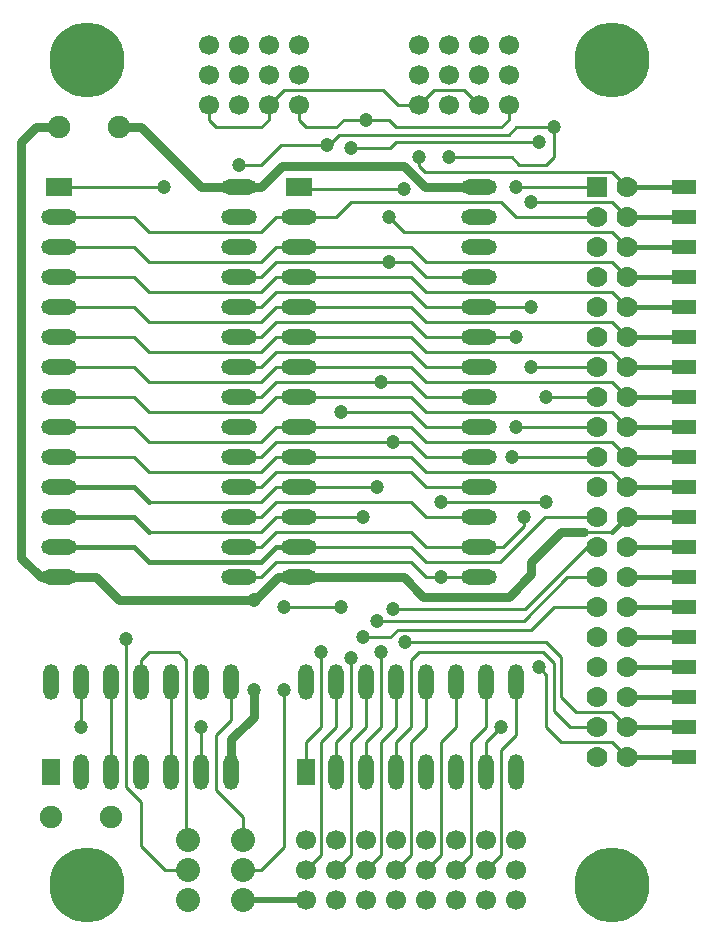
<source format=gtl>
G04 Layer_Physical_Order=1*
G04 Layer_Color=255*
%FSLAX25Y25*%
%MOIN*%
G70*
G01*
G75*
%ADD10R,0.07874X0.05000*%
%ADD11C,0.01000*%
%ADD12C,0.03000*%
%ADD13C,0.01500*%
%ADD14C,0.02000*%
%ADD15R,0.07000X0.07000*%
%ADD16C,0.07000*%
%ADD17C,0.25000*%
%ADD18C,0.07500*%
%ADD19C,0.06693*%
%ADD20C,0.08000*%
%ADD21R,0.08500X0.06200*%
%ADD22O,0.12000X0.05118*%
%ADD23O,0.05118X0.12000*%
%ADD24R,0.06200X0.08500*%
%ADD25C,0.04724*%
D10*
X693500Y390000D02*
D03*
Y380000D02*
D03*
Y370000D02*
D03*
Y360000D02*
D03*
Y350000D02*
D03*
Y340000D02*
D03*
Y330000D02*
D03*
Y320000D02*
D03*
Y310000D02*
D03*
Y300000D02*
D03*
Y290000D02*
D03*
Y280000D02*
D03*
Y270000D02*
D03*
Y260000D02*
D03*
Y250000D02*
D03*
Y240000D02*
D03*
Y230000D02*
D03*
Y220000D02*
D03*
Y210000D02*
D03*
Y200000D02*
D03*
D11*
X574500Y404000D02*
X575000D01*
X578500Y407500D01*
X559000Y404000D02*
X574500D01*
X597500Y405000D02*
X645000D01*
X595500Y403000D02*
X597500Y405000D01*
X650000Y400000D02*
Y410000D01*
X637500D02*
X650000D01*
X578500Y407500D02*
X635000D01*
X637500Y410000D01*
X582500Y403000D02*
X595500D01*
X579000Y315000D02*
X602500D01*
X560000Y250000D02*
X579000D01*
X640500Y249500D02*
X661000Y270000D01*
X596500Y249500D02*
X640500D01*
X654500Y260000D02*
X664500D01*
X640000Y245500D02*
X654500Y260000D01*
X591000Y245500D02*
X640000D01*
X557500Y305000D02*
X596500D01*
X602500D01*
X582500Y210000D02*
Y233000D01*
X577500Y205000D02*
X582500Y210000D01*
X637500Y390000D02*
X664500D01*
X625000Y340000D02*
X637500D01*
Y310000D02*
X664500D01*
X636000Y300000D02*
X664500D01*
X507500Y190000D02*
Y239500D01*
Y190000D02*
X512500Y185000D01*
Y170500D02*
Y185000D01*
Y170500D02*
X520500Y162500D01*
X528000D01*
X537500Y189000D02*
Y207500D01*
Y189000D02*
X546500Y180000D01*
Y172500D02*
Y180000D01*
X592500Y325000D02*
X602500D01*
X557500D02*
X592500D01*
X602500D02*
X607500Y320000D01*
X625000D01*
X624500Y319500D02*
X625000Y320000D01*
X602500D02*
X607500Y315000D01*
X669500D01*
X565000Y320000D02*
X602500D01*
Y315000D02*
X607500Y310000D01*
X625000D01*
X565000Y290000D02*
X591000D01*
X586500Y240000D02*
X595500D01*
X586500D02*
Y240207D01*
X586896Y240604D01*
X565000Y280000D02*
X586500D01*
X565500Y389500D02*
X600000D01*
X597500Y410000D02*
X632500D01*
X595000Y412500D02*
X597500Y410000D01*
X587500Y412500D02*
X595000D01*
X580000D02*
X587500D01*
X577500Y410000D02*
X580000Y412500D01*
X567500Y410000D02*
X577500D01*
X515000Y315000D02*
X552500D01*
X598000Y242500D02*
X642500D01*
X595500Y240000D02*
X598000Y242500D01*
X642500D02*
X650000Y250000D01*
X645000Y230000D02*
X647500Y227500D01*
Y210000D02*
Y227500D01*
Y210000D02*
X652500Y205000D01*
X650000Y215500D02*
X655500Y210000D01*
X664500D01*
X652500Y220000D02*
X657500Y215000D01*
X660000Y275000D02*
X669500D01*
X661000Y270000D02*
X664500D01*
X572500Y210000D02*
Y235000D01*
X567500Y205000D02*
X572500Y210000D01*
X567500Y195000D02*
Y205000D01*
X577500Y195000D02*
Y205000D01*
X592500Y210000D02*
Y235000D01*
X587500Y205000D02*
X592500Y210000D01*
X587500Y195000D02*
Y205000D01*
X602500Y232500D02*
X605000Y235000D01*
X602500Y210000D02*
Y232500D01*
X597500Y205000D02*
X602500Y210000D01*
X597500Y195000D02*
Y205000D01*
X637500Y207500D02*
Y225000D01*
X632500Y202500D02*
X637500Y207500D01*
X632500Y167500D02*
Y202500D01*
X627500Y205000D02*
X632500Y210000D01*
X627500Y195000D02*
Y205000D01*
X602500Y265000D02*
X607500Y260000D01*
Y280000D02*
X625000D01*
X602500Y285000D02*
X607500Y280000D01*
X557500Y285000D02*
X602500D01*
X607500Y270000D02*
X625000D01*
X602500Y275000D02*
X607500Y270000D01*
X557500Y275000D02*
X602500D01*
X557500Y265000D02*
X602500D01*
X552500Y260000D02*
X557500Y265000D01*
X545000Y260000D02*
X552500D01*
Y270000D02*
X557500Y275000D01*
X545000Y270000D02*
X552500D01*
X607500Y290000D02*
X625000D01*
X602500Y295000D02*
X607500Y290000D01*
X557500Y295000D02*
X602500D01*
X552500Y280000D02*
X557500Y285000D01*
X545000Y280000D02*
X552500D01*
X565000Y360000D02*
X602500D01*
X565000Y350000D02*
X602500D01*
X565000Y340000D02*
X602500D01*
X565000Y330000D02*
X602500D01*
X557500Y290000D02*
X565000D01*
X607500Y300000D02*
X625000D01*
X565000D02*
X602500D01*
X552500Y290000D02*
X557500Y295000D01*
X545000Y290000D02*
X552500D01*
X602500Y305000D02*
X607500Y300000D01*
X552500D02*
X557500Y305000D01*
X545000Y300000D02*
X552500D01*
X669500Y325000D02*
X674500Y320000D01*
X552500D02*
X557500Y325000D01*
X545000Y320000D02*
X552500D01*
X607500Y330000D02*
X625000D01*
X602500Y335000D02*
X607500Y330000D01*
X557500Y335000D02*
X602500D01*
X552500Y330000D02*
X557500Y335000D01*
X545000Y330000D02*
X552500D01*
X607500Y350000D02*
X625000D01*
X602500Y355000D02*
X607500Y350000D01*
X557500Y355000D02*
X602500D01*
X552500Y350000D02*
X557500Y355000D01*
X545000Y350000D02*
X552500D01*
X557500Y280000D02*
X565000D01*
X552500Y275000D02*
X557500Y280000D01*
X515000Y275000D02*
X552500D01*
Y285000D02*
X557500Y290000D01*
X515000Y285000D02*
X552500D01*
X557500Y300000D02*
X565000D01*
X552500Y295000D02*
X557500Y300000D01*
X515000Y295000D02*
X552500D01*
X510000Y300000D02*
X515000Y295000D01*
X485000Y300000D02*
X510000D01*
X557500Y310000D02*
X565000D01*
X552500Y305000D02*
X557500Y310000D01*
X515000Y305000D02*
X552500D01*
X510000Y310000D02*
X515000Y305000D01*
X485000Y310000D02*
X510000D01*
X557500Y320000D02*
X565000D01*
X552500Y315000D02*
X557500Y320000D01*
X510000D02*
X515000Y315000D01*
X485000Y320000D02*
X510000D01*
X557500Y330000D02*
X565000D01*
X552500Y325000D02*
X557500Y330000D01*
X515000Y325000D02*
X552500D01*
X510000Y330000D02*
X515000Y325000D01*
X485000Y330000D02*
X510000D01*
X557500Y340000D02*
X565000D01*
X552500Y335000D02*
X557500Y340000D01*
X515000Y335000D02*
X552500D01*
X510000Y340000D02*
X515000Y335000D01*
X485000Y340000D02*
X510000D01*
X557500Y350000D02*
X565000D01*
X552500Y345000D02*
X557500Y350000D01*
X515000Y345000D02*
X552500D01*
X510000Y350000D02*
X515000Y345000D01*
X485000Y350000D02*
X510000D01*
X557500Y360000D02*
X565000D01*
X552500Y355000D02*
X557500Y360000D01*
X515000Y355000D02*
X552500D01*
X510000Y360000D02*
X515000Y355000D01*
X485000Y360000D02*
X510000D01*
X557500Y370000D02*
X565000D01*
X552500Y365000D02*
X557500Y370000D01*
X515000Y365000D02*
X552500D01*
X510000Y370000D02*
X515000Y365000D01*
X485000Y370000D02*
X510000D01*
X485000Y380000D02*
X510000D01*
X552500Y375000D02*
X557500Y380000D01*
X565000D01*
X602500Y300000D02*
X607500Y295000D01*
X602500Y310000D02*
X607500Y305000D01*
Y340000D02*
X625000D01*
X602500Y345000D02*
X607500Y340000D01*
X557500Y345000D02*
X602500D01*
X552500Y340000D02*
X557500Y345000D01*
X545000Y340000D02*
X552500D01*
X545000Y360000D02*
X552500D01*
X557500Y365000D01*
X602500Y370000D02*
X607500Y365000D01*
X602500Y330000D02*
X607500Y325000D01*
X602500Y340000D02*
X607500Y335000D01*
X602500Y350000D02*
X607500Y345000D01*
X602500Y360000D02*
X607500Y355000D01*
X669500Y375000D02*
X674500Y370000D01*
X669500Y335000D02*
X674500Y330000D01*
X657500Y215000D02*
X669500D01*
X674500Y210000D01*
X652500Y205000D02*
X669500D01*
Y295000D02*
X674500Y290000D01*
X669500Y315000D02*
X674500Y310000D01*
X669500Y395000D02*
X674500Y390000D01*
X669500Y205000D02*
X674500Y200000D01*
X669500Y305000D02*
X674500Y300000D01*
X669500Y345000D02*
X674500Y340000D01*
X669500Y365000D02*
X674500Y360000D01*
X669500Y355000D02*
X674500Y350000D01*
X567500Y162500D02*
X572500Y167500D01*
Y205000D01*
X577500Y210000D01*
Y225000D01*
X587500Y210000D02*
Y225000D01*
X582500Y205000D02*
X587500Y210000D01*
X582500Y167500D02*
Y205000D01*
X577500Y162500D02*
X582500Y167500D01*
X597500Y210000D02*
Y225000D01*
X592500Y205000D02*
X597500Y210000D01*
X592500Y167500D02*
Y205000D01*
X587500Y162500D02*
X592500Y167500D01*
X607500Y210000D02*
Y225000D01*
X602500Y205000D02*
X607500Y210000D01*
X602500Y167500D02*
Y205000D01*
X597500Y162500D02*
X602500Y167500D01*
X617500Y210000D02*
Y225000D01*
X612500Y205000D02*
X617500Y210000D01*
X612500Y167500D02*
Y205000D01*
X607500Y162500D02*
X612500Y167500D01*
X627500Y210000D02*
Y225000D01*
X622500Y205000D02*
X627500Y210000D01*
X622500Y167500D02*
Y205000D01*
X617500Y162500D02*
X622500Y167500D01*
X627500Y162500D02*
X632500Y167500D01*
X607500Y295000D02*
X669500D01*
X607500Y305000D02*
X669500D01*
X607500Y325000D02*
X669500D01*
X607500Y335000D02*
X669500D01*
X607500Y345000D02*
X669500D01*
X607500Y355000D02*
X669500D01*
X607500Y365000D02*
X669500D01*
Y385000D02*
X674500Y380000D01*
X632500Y385000D02*
X637500Y380000D01*
X664500D01*
X602500Y365000D02*
X607500Y360000D01*
X600000Y375000D02*
X669500D01*
X607500Y360000D02*
X625000D01*
X650000Y250000D02*
X664500D01*
X565000Y270000D02*
X602500D01*
X607500Y265000D01*
X632000D01*
X647000Y280000D01*
X664500D01*
X607500Y260000D02*
X612500D01*
X625000D01*
Y270000D02*
X633000D01*
X640000Y277000D01*
Y280000D01*
X642500Y330000D02*
X664500D01*
X612500Y285000D02*
X647500D01*
Y320000D02*
X664500D01*
X515000Y375000D02*
X552500D01*
X510000Y380000D02*
X515000Y375000D01*
X546500Y162500D02*
X552500D01*
X560000Y170000D01*
Y222500D01*
X565000Y310000D02*
X602500D01*
X502500Y195000D02*
Y225000D01*
X522500Y195000D02*
Y225000D01*
X512500D02*
Y232500D01*
X515000Y235000D01*
X525000D01*
X527500Y232500D01*
Y173000D02*
Y232500D01*
Y173000D02*
X528000Y172500D01*
X542500Y212500D02*
Y225000D01*
X537500Y207500D02*
X542500Y212500D01*
X492500Y210000D02*
Y225000D01*
X532500Y195000D02*
Y210000D01*
X485000Y390000D02*
X520000D01*
X552500Y427500D02*
X555000D01*
X565000Y380000D02*
X577500D01*
X582500Y385000D01*
X632500D01*
X565000Y390000D02*
X565500Y389500D01*
X555000Y412500D02*
Y417500D01*
X552500Y410000D02*
X555000Y412500D01*
X537500Y410000D02*
X552500D01*
X535000Y412500D02*
X537500Y410000D01*
X535000Y412500D02*
Y417500D01*
X595000Y380000D02*
X600000Y375000D01*
X565000Y370000D02*
X602500D01*
X557500Y365000D02*
X595000D01*
X602500D01*
X642500Y385000D02*
X669500D01*
X625000Y350000D02*
X642500D01*
X598000Y417500D02*
X605000D01*
X620000Y422500D02*
X625000Y417500D01*
X610000Y422500D02*
X620000D01*
X605000Y417500D02*
X610000Y422500D01*
X565000Y412500D02*
Y417500D01*
Y412500D02*
X567500Y410000D01*
X632500D02*
X635000Y412500D01*
Y417500D01*
X545000Y397500D02*
X552500D01*
X559000Y404000D01*
X605000Y397000D02*
Y400000D01*
Y397000D02*
X607000Y395000D01*
X669500D01*
X615000Y400000D02*
X636000D01*
X638500Y397500D01*
X647500D01*
X650000Y400000D01*
X600500Y238500D02*
X647500D01*
X652500Y233500D01*
Y220000D02*
Y233500D01*
X605000Y235000D02*
X646500D01*
X650000Y231500D01*
Y215500D02*
Y231500D01*
X555000Y417500D02*
X560153Y422653D01*
X592846D01*
X598000Y417500D01*
D12*
X559500Y397000D02*
X600000D01*
X552500Y390000D02*
X559500Y397000D01*
X545000Y390000D02*
X552500D01*
X600000Y397000D02*
X607000Y390000D01*
X625000D01*
X472500Y266500D02*
X479000Y260000D01*
X485000D01*
X652500Y275000D02*
X660000D01*
X642500Y265000D02*
X652500Y275000D01*
X642500Y261000D02*
Y265000D01*
X635000Y253500D02*
X642500Y261000D01*
X606500Y253500D02*
X635000D01*
X600000Y260000D02*
X606500Y253500D01*
X565000Y260000D02*
X600000D01*
X485000D02*
X497500D01*
X505000Y252500D01*
X558000Y260000D02*
X565000D01*
X550500Y252500D02*
X558000Y260000D01*
X550000Y252500D02*
X550500D01*
X505000D02*
X550000D01*
X542500Y195000D02*
Y206000D01*
X477500Y410000D02*
X485000D01*
X472500Y405000D02*
X477500Y410000D01*
X472500Y266500D02*
Y405000D01*
X505000Y410000D02*
X512500D01*
X532500Y390000D01*
X545000D01*
X542500Y206000D02*
X550000Y213500D01*
Y222500D01*
D13*
X693500Y370000D02*
X695500D01*
X674500D02*
X693500D01*
Y320000D02*
X695500D01*
X674500D02*
X693500D01*
Y290000D02*
X695500D01*
X674500D02*
X693500D01*
Y380000D02*
X695500D01*
X674500D02*
X693500D01*
Y390000D02*
X695500D01*
X674500D02*
X693500D01*
Y300000D02*
X695500D01*
X674500D02*
X693500D01*
Y210000D02*
X695500D01*
X674500D02*
X693500D01*
Y310000D02*
X695500D01*
X674500D02*
X693500D01*
Y330000D02*
X695500D01*
X674500D02*
X693500D01*
Y340000D02*
X695500D01*
X674500D02*
X693500D01*
Y200000D02*
X695500D01*
X674500D02*
X693500D01*
Y350000D02*
X695500D01*
X674500D02*
X693500D01*
Y280000D02*
X695500D01*
X674500D02*
X693500D01*
Y360000D02*
X695500D01*
X674500D02*
X693500D01*
X674500Y220000D02*
X695500D01*
X674500Y230000D02*
X695500D01*
X674500Y240000D02*
X695500D01*
X674500Y250000D02*
X695500D01*
X674500Y260000D02*
X695500D01*
X674500Y270000D02*
X695500D01*
X557500D02*
X565000D01*
X552500Y265000D02*
X557500Y270000D01*
X515000Y265000D02*
X552500D01*
X510000Y270000D02*
X515000Y265000D01*
X485000Y270000D02*
X510000D01*
Y280000D02*
X515000Y275000D01*
X485000Y280000D02*
X510000D01*
Y290000D02*
X515000Y285000D01*
X485000Y290000D02*
X510000D01*
X669500Y275000D02*
X674500Y280000D01*
D14*
X546500Y152500D02*
X567500D01*
D15*
X664500Y390000D02*
D03*
D16*
X674500D02*
D03*
X664500Y380000D02*
D03*
X674500D02*
D03*
X664500Y370000D02*
D03*
X674500D02*
D03*
X664500Y360000D02*
D03*
X674500D02*
D03*
X664500Y350000D02*
D03*
X674500D02*
D03*
X664500Y340000D02*
D03*
X674500D02*
D03*
X664500Y330000D02*
D03*
X674500D02*
D03*
X664500Y320000D02*
D03*
X674500D02*
D03*
X664500Y310000D02*
D03*
X674500D02*
D03*
X664500Y300000D02*
D03*
X674500D02*
D03*
X664500Y290000D02*
D03*
X674500D02*
D03*
X664500Y280000D02*
D03*
X674500D02*
D03*
X664500Y270000D02*
D03*
X674500D02*
D03*
X664500Y260000D02*
D03*
X674500D02*
D03*
X664500Y250000D02*
D03*
X674500D02*
D03*
X664500Y240000D02*
D03*
X674500D02*
D03*
X664500Y230000D02*
D03*
X674500D02*
D03*
X664500Y220000D02*
D03*
X674500D02*
D03*
X664500Y210000D02*
D03*
X674500D02*
D03*
X664500Y200000D02*
D03*
X674500D02*
D03*
D17*
X669500Y157500D02*
D03*
Y432500D02*
D03*
X494500D02*
D03*
Y157500D02*
D03*
D18*
X505000Y410000D02*
D03*
X485000D02*
D03*
X482500Y180000D02*
D03*
X502500D02*
D03*
D19*
X605000Y427500D02*
D03*
Y417500D02*
D03*
Y437500D02*
D03*
X615000Y427500D02*
D03*
Y417500D02*
D03*
Y437500D02*
D03*
X625000Y427500D02*
D03*
Y417500D02*
D03*
Y437500D02*
D03*
X635000Y427500D02*
D03*
Y417500D02*
D03*
Y437500D02*
D03*
X535000Y427500D02*
D03*
Y417500D02*
D03*
Y437500D02*
D03*
X545000Y427500D02*
D03*
Y417500D02*
D03*
Y437500D02*
D03*
X555000Y427500D02*
D03*
Y417500D02*
D03*
Y437500D02*
D03*
X565000Y427500D02*
D03*
Y417500D02*
D03*
Y437500D02*
D03*
X637500Y172500D02*
D03*
Y152500D02*
D03*
Y162500D02*
D03*
X567500D02*
D03*
Y152500D02*
D03*
Y172500D02*
D03*
X577500Y162500D02*
D03*
Y152500D02*
D03*
Y172500D02*
D03*
X587500Y162500D02*
D03*
Y152500D02*
D03*
Y172500D02*
D03*
X597500Y162500D02*
D03*
Y152500D02*
D03*
Y172500D02*
D03*
X607500Y162500D02*
D03*
Y152500D02*
D03*
Y172500D02*
D03*
X617500Y162500D02*
D03*
Y152500D02*
D03*
Y172500D02*
D03*
X627500Y162500D02*
D03*
Y152500D02*
D03*
Y172500D02*
D03*
D20*
X528000Y162500D02*
D03*
Y152500D02*
D03*
Y172500D02*
D03*
X546500Y162500D02*
D03*
Y152500D02*
D03*
Y172500D02*
D03*
D21*
X485000Y390000D02*
D03*
X565000D02*
D03*
D22*
X485000Y380000D02*
D03*
Y370000D02*
D03*
Y360000D02*
D03*
Y350000D02*
D03*
Y340000D02*
D03*
Y330000D02*
D03*
Y320000D02*
D03*
Y310000D02*
D03*
Y300000D02*
D03*
Y290000D02*
D03*
Y280000D02*
D03*
Y270000D02*
D03*
Y260000D02*
D03*
X545000D02*
D03*
Y270000D02*
D03*
Y280000D02*
D03*
Y290000D02*
D03*
Y300000D02*
D03*
Y310000D02*
D03*
Y320000D02*
D03*
Y330000D02*
D03*
Y340000D02*
D03*
Y350000D02*
D03*
Y360000D02*
D03*
Y370000D02*
D03*
Y380000D02*
D03*
Y390000D02*
D03*
X625000D02*
D03*
Y380000D02*
D03*
Y370000D02*
D03*
Y360000D02*
D03*
Y350000D02*
D03*
Y340000D02*
D03*
Y330000D02*
D03*
Y320000D02*
D03*
Y310000D02*
D03*
Y300000D02*
D03*
Y290000D02*
D03*
Y280000D02*
D03*
Y270000D02*
D03*
Y260000D02*
D03*
X565000D02*
D03*
Y270000D02*
D03*
Y280000D02*
D03*
Y290000D02*
D03*
Y300000D02*
D03*
Y310000D02*
D03*
Y320000D02*
D03*
Y330000D02*
D03*
Y340000D02*
D03*
Y350000D02*
D03*
Y360000D02*
D03*
Y370000D02*
D03*
Y380000D02*
D03*
D23*
X567500Y225000D02*
D03*
X577500D02*
D03*
X587500D02*
D03*
X597500D02*
D03*
X607500D02*
D03*
X617500D02*
D03*
X627500D02*
D03*
X637500D02*
D03*
Y195000D02*
D03*
X627500D02*
D03*
X617500D02*
D03*
X607500D02*
D03*
X597500D02*
D03*
X587500D02*
D03*
X577500D02*
D03*
X482500Y225000D02*
D03*
X492500D02*
D03*
X502500D02*
D03*
X512500D02*
D03*
X522500D02*
D03*
X532500D02*
D03*
X542500D02*
D03*
Y195000D02*
D03*
X532500D02*
D03*
X522500D02*
D03*
X512500D02*
D03*
X502500D02*
D03*
X492500D02*
D03*
D24*
X567500D02*
D03*
X482500D02*
D03*
D25*
X507500Y239500D02*
D03*
X574500Y404000D02*
D03*
X645000Y405000D02*
D03*
X650000Y410000D02*
D03*
X582500Y403000D02*
D03*
X579000Y315000D02*
D03*
Y250000D02*
D03*
X560000D02*
D03*
X596500Y249500D02*
D03*
X591000Y245500D02*
D03*
X596500Y305000D02*
D03*
X582500Y233000D02*
D03*
X637500Y390000D02*
D03*
Y340000D02*
D03*
Y310000D02*
D03*
X636000Y300000D02*
D03*
X592500Y325000D02*
D03*
X600500Y238500D02*
D03*
X591000Y290000D02*
D03*
X586500Y240000D02*
D03*
Y280000D02*
D03*
X605000Y400000D02*
D03*
X600000Y389500D02*
D03*
X587500Y412500D02*
D03*
X645000Y230000D02*
D03*
X572500Y235000D02*
D03*
X592500D02*
D03*
X632500Y210000D02*
D03*
X595000Y380000D02*
D03*
X612500Y260000D02*
D03*
Y285000D02*
D03*
X640000Y280000D02*
D03*
X642500Y330000D02*
D03*
X647500Y285000D02*
D03*
Y320000D02*
D03*
X550000Y252500D02*
D03*
X560000Y222500D02*
D03*
X492500Y210000D02*
D03*
X532500D02*
D03*
X520000Y390000D02*
D03*
X595000Y365000D02*
D03*
X642500Y385000D02*
D03*
Y350000D02*
D03*
X545000Y397500D02*
D03*
X615000Y400000D02*
D03*
X550000Y222500D02*
D03*
M02*

</source>
